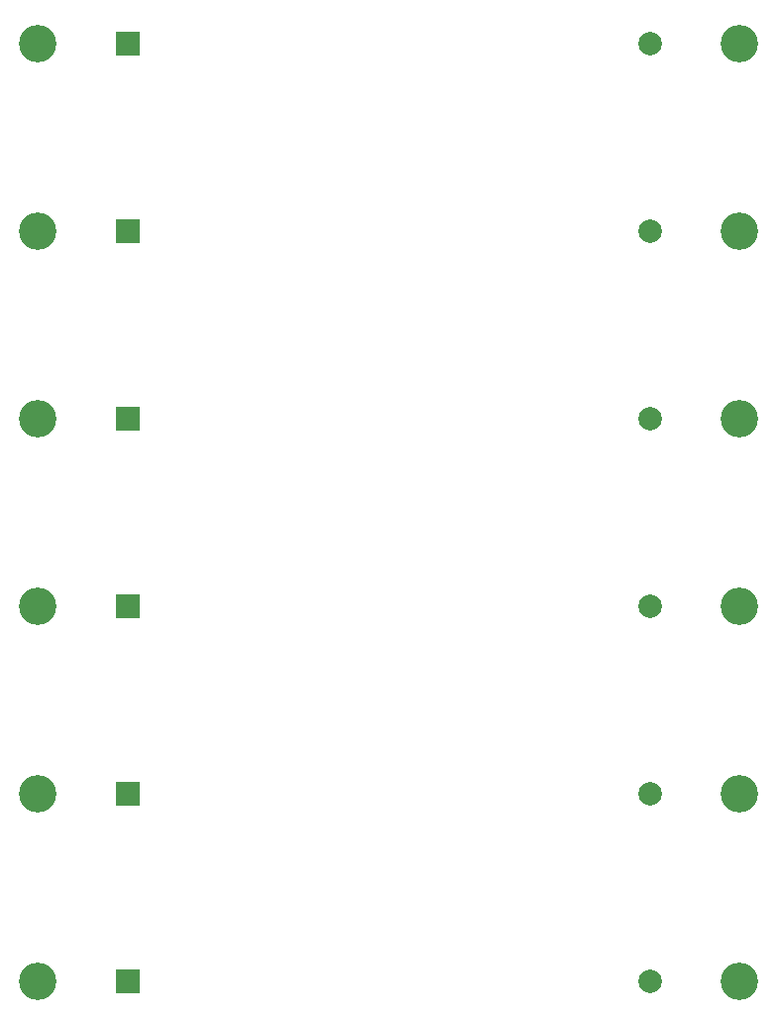
<source format=gbs>
G04 #@! TF.GenerationSoftware,KiCad,Pcbnew,6.0.4-6f826c9f35~116~ubuntu20.04.1*
G04 #@! TF.CreationDate,2022-05-04T20:07:54+01:00*
G04 #@! TF.ProjectId,boostAAA-panel,626f6f73-7441-4414-912d-70616e656c2e,rev?*
G04 #@! TF.SameCoordinates,Original*
G04 #@! TF.FileFunction,Soldermask,Bot*
G04 #@! TF.FilePolarity,Negative*
%FSLAX46Y46*%
G04 Gerber Fmt 4.6, Leading zero omitted, Abs format (unit mm)*
G04 Created by KiCad (PCBNEW 6.0.4-6f826c9f35~116~ubuntu20.04.1) date 2022-05-04 20:07:54*
%MOMM*%
%LPD*%
G01*
G04 APERTURE LIST*
%ADD10C,3.200000*%
%ADD11R,2.000000X2.000000*%
%ADD12C,2.000000*%
G04 APERTURE END LIST*
D10*
G04 #@! TO.C,H2*
X79998446Y-70000000D03*
G04 #@! TD*
G04 #@! TO.C,H2*
X79998446Y-22000000D03*
G04 #@! TD*
G04 #@! TO.C,H1*
X19998446Y-38000000D03*
G04 #@! TD*
G04 #@! TO.C,H2*
X79998446Y-54000000D03*
G04 #@! TD*
G04 #@! TO.C,H2*
X79998446Y-38000000D03*
G04 #@! TD*
G04 #@! TO.C,H1*
X19998446Y-54000000D03*
G04 #@! TD*
G04 #@! TO.C,H1*
X19998446Y-102000000D03*
G04 #@! TD*
G04 #@! TO.C,H1*
X19998446Y-70000000D03*
G04 #@! TD*
G04 #@! TO.C,H1*
X19998446Y-86000000D03*
G04 #@! TD*
G04 #@! TO.C,H1*
X19998446Y-22000000D03*
G04 #@! TD*
G04 #@! TO.C,H2*
X79998446Y-86000000D03*
G04 #@! TD*
G04 #@! TO.C,H2*
X79998446Y-102000000D03*
G04 #@! TD*
D11*
G04 #@! TO.C,BT1*
X27698446Y-102000000D03*
D12*
X72398446Y-102000000D03*
G04 #@! TD*
D11*
G04 #@! TO.C,BT1*
X27698446Y-86000000D03*
D12*
X72398446Y-86000000D03*
G04 #@! TD*
D11*
G04 #@! TO.C,BT1*
X27698446Y-54000000D03*
D12*
X72398446Y-54000000D03*
G04 #@! TD*
D11*
G04 #@! TO.C,BT1*
X27698446Y-22000000D03*
D12*
X72398446Y-22000000D03*
G04 #@! TD*
D11*
G04 #@! TO.C,BT1*
X27698446Y-38000000D03*
D12*
X72398446Y-38000000D03*
G04 #@! TD*
D11*
G04 #@! TO.C,BT1*
X27698446Y-70000000D03*
D12*
X72398446Y-70000000D03*
G04 #@! TD*
M02*

</source>
